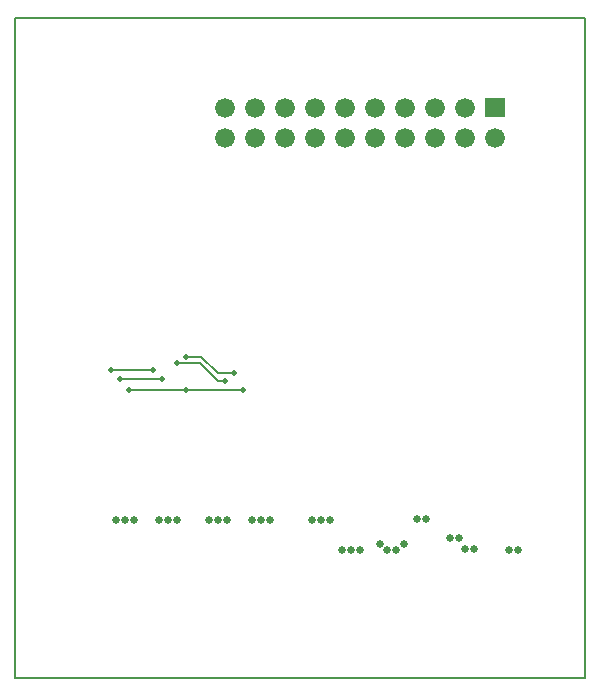
<source format=gbr>
G04 This is an RS-274x file exported by *
G04 gerbv version 2.7.0 *
G04 More information is available about gerbv at *
G04 http://gerbv.geda-project.org/ *
G04 --End of header info--*
%MOIN*%
%FSLAX36Y36*%
%IPPOS*%
G04 --Define apertures--*
%ADD10C,0.0100*%
%ADD11C,0.0060*%
%ADD12C,0.0200*%
%ADD13C,0.0001*%
%ADD14C,0.0600*%
%ADD15C,0.0380*%
%ADD16C,0.0260*%
%ADD17C,0.0660*%
G04 --Start main section--*
G01X0000000Y0000000D02*
G54D11*
G01X0620000Y1170000D02*
G01X0570000Y1170000D01*
G01X0615000Y1150000D02*
G01X0540000Y1150000D01*
G01X0760000Y1060000D02*
G01X0380000Y1060000D01*
G01X0730000Y1115000D02*
G01X0675000Y1115000D01*
G01X0675000Y1115000D02*
G01X0620000Y1170000D01*
G01X0700000Y1090000D02*
G01X0675000Y1090000D01*
G01X0675000Y1090000D02*
G01X0615000Y1150000D01*
G01X0490000Y1095000D02*
G01X0350000Y1095000D01*
G01X0460000Y1125000D02*
G01X0320000Y1125000D01*
G54D12*
G01X1240000Y0525000D03*
G01X1090000Y0525000D03*
G01X1120000Y0525000D03*
G01X1150000Y0525000D03*
G01X1270000Y0525000D03*
G01X1215000Y0545000D03*
G01X0990000Y0625000D03*
G01X1020000Y0625000D03*
G01X1050000Y0625000D03*
G01X1340000Y0630000D03*
G01X1370000Y0630000D03*
G01X1295000Y0545000D03*
G01X1499990Y0530000D03*
G01X1530000Y0530000D03*
G01X1450000Y0565000D03*
G01X1480000Y0565000D03*
G01X1645000Y0525000D03*
G01X1675000Y0525000D03*
G54D13*
G36*
G01X1570000Y2030000D02*
G01X1570000Y1970000D01*
G01X1630000Y1970000D01*
G01X1630000Y2030000D01*
G01X1570000Y2030000D01*
G37*
G54D14*
G01X1500000Y2000000D03*
G01X1400000Y2000000D03*
G01X1600000Y1900000D03*
G01X1500000Y1900000D03*
G01X1400000Y1900000D03*
G01X1300000Y1900000D03*
G01X1200000Y1900000D03*
G01X1100000Y1900000D03*
G01X1300000Y2000000D03*
G01X1200000Y2000000D03*
G01X1100000Y2000000D03*
G01X1000000Y2000000D03*
G01X1000000Y1900000D03*
G01X0900000Y2000000D03*
G01X0800000Y2000000D03*
G01X0700000Y2000000D03*
G01X0900000Y1900000D03*
G01X0800000Y1900000D03*
G01X0700000Y1900000D03*
G54D12*
G01X0395000Y0625000D03*
G01X0540000Y0625000D03*
G01X0510000Y0625000D03*
G01X0480000Y0625000D03*
G01X0365000Y0625000D03*
G01X0335000Y0625000D03*
G01X0705000Y0625000D03*
G01X0675000Y0625000D03*
G01X0645000Y0625000D03*
G01X0850000Y0625000D03*
G01X0820000Y0625000D03*
G01X0790000Y0625000D03*
G01X0380000Y1060000D03*
G01X0570000Y1170000D03*
G01X0540000Y1150000D03*
G01X0730000Y1115000D03*
G01X0700000Y1090000D03*
G01X0570000Y1060000D03*
G01X0760000Y1060000D03*
G01X0490000Y1095000D03*
G01X0350000Y1095000D03*
G01X0320000Y1125000D03*
G01X0460000Y1125000D03*
G01X0000000Y0000000D02*
G54D11*
G01X0000000Y2300000D02*
G01X1900000Y2300000D01*
G01X1900000Y2300000D02*
G01X1900000Y0100000D01*
G01X1900000Y0100000D02*
G01X0000000Y0100000D01*
G01X0000000Y0100000D02*
G01X0000000Y2300000D01*
G01X0000000Y0000000D02*
G54D16*
G01X1240000Y0525000D03*
G01X1090000Y0525000D03*
G01X1120000Y0525000D03*
G01X1150000Y0525000D03*
G01X1270000Y0525000D03*
G01X1215000Y0545000D03*
G01X0990000Y0625000D03*
G01X1020000Y0625000D03*
G01X1050000Y0625000D03*
G01X1340000Y0630000D03*
G01X1370000Y0630000D03*
G01X1295000Y0545000D03*
G01X1499990Y0530000D03*
G01X1530000Y0530000D03*
G01X1450000Y0565000D03*
G01X1480000Y0565000D03*
G01X1645000Y0525000D03*
G01X1675000Y0525000D03*
G54D13*
G36*
G01X1567000Y2033000D02*
G01X1567000Y1967000D01*
G01X1633000Y1967000D01*
G01X1633000Y2033000D01*
G01X1567000Y2033000D01*
G37*
G54D17*
G01X1500000Y2000000D03*
G01X1400000Y2000000D03*
G01X1600000Y1900000D03*
G01X1500000Y1900000D03*
G01X1400000Y1900000D03*
G01X1300000Y1900000D03*
G01X1200000Y1900000D03*
G01X1100000Y1900000D03*
G01X1300000Y2000000D03*
G01X1200000Y2000000D03*
G01X1100000Y2000000D03*
G01X1000000Y2000000D03*
G01X1000000Y1900000D03*
G01X0900000Y2000000D03*
G01X0800000Y2000000D03*
G01X0700000Y2000000D03*
G01X0900000Y1900000D03*
G01X0800000Y1900000D03*
G01X0700000Y1900000D03*
G54D16*
G01X0395000Y0625000D03*
G01X0540000Y0625000D03*
G01X0510000Y0625000D03*
G01X0480000Y0625000D03*
G01X0365000Y0625000D03*
G01X0335000Y0625000D03*
G01X0705000Y0625000D03*
G01X0675000Y0625000D03*
G01X0645000Y0625000D03*
G01X0850000Y0625000D03*
G01X0820000Y0625000D03*
G01X0790000Y0625000D03*
G01X0000000Y0000000D02*
G54D10*
G01X0320000Y1125000D03*
G01X0335000Y0625000D03*
G01X0350000Y1095000D03*
G01X0365000Y0625000D03*
G01X0380000Y1060000D03*
G01X0395000Y0625000D03*
G01X0460000Y1125000D03*
G01X0480000Y0625000D03*
G01X0490000Y1095000D03*
G01X0510000Y0625000D03*
G01X0540000Y1150000D03*
G01X0540000Y0625000D03*
G01X0570000Y1170000D03*
G01X0570000Y1060000D03*
G01X0645000Y0625000D03*
G01X0675000Y0625000D03*
G01X0700000Y1090000D03*
G01X0705000Y0625000D03*
G01X0730000Y1115000D03*
G01X0760000Y1060000D03*
G01X0790000Y0625000D03*
G01X0820000Y0625000D03*
G01X0850000Y0625000D03*
G01X0990000Y0625000D03*
G01X1020000Y0625000D03*
G01X1050000Y0625000D03*
G01X1090000Y0525000D03*
G01X1120000Y0525000D03*
G01X1150000Y0525000D03*
G01X1215000Y0545000D03*
G01X1240000Y0525000D03*
G01X1270000Y0525000D03*
G01X1295000Y0545000D03*
G01X1340000Y0630000D03*
G01X1370000Y0630000D03*
G01X1450000Y0565000D03*
G01X1480000Y0565000D03*
G01X1500000Y0530000D03*
G01X1530000Y0530000D03*
G01X1645000Y0525000D03*
G01X1675000Y0525000D03*
G54D15*
G01X0700000Y2000000D03*
G01X0700000Y1900000D03*
G01X0800000Y2000000D03*
G01X0800000Y1900000D03*
G01X0900000Y2000000D03*
G01X0900000Y1900000D03*
G01X1000000Y2000000D03*
G01X1000000Y1900000D03*
G01X1100000Y2000000D03*
G01X1100000Y1900000D03*
G01X1200000Y2000000D03*
G01X1200000Y1900000D03*
G01X1300000Y2000000D03*
G01X1300000Y1900000D03*
G01X1400000Y2000000D03*
G01X1400000Y1900000D03*
G01X1500000Y2000000D03*
G01X1500000Y1900000D03*
G01X1600000Y2000000D03*
G01X1600000Y1900000D03*
M02*

</source>
